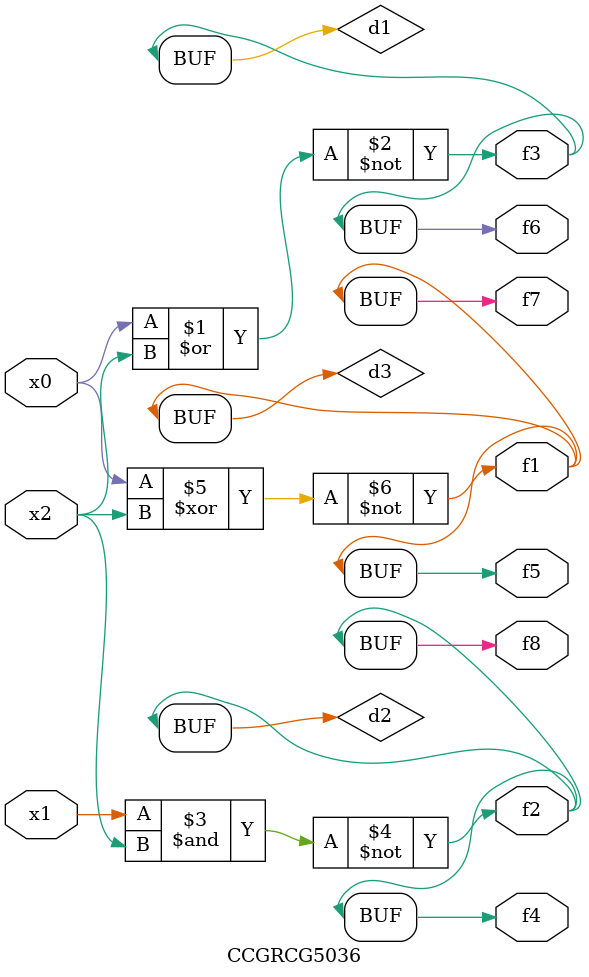
<source format=v>
module CCGRCG5036(
	input x0, x1, x2,
	output f1, f2, f3, f4, f5, f6, f7, f8
);

	wire d1, d2, d3;

	nor (d1, x0, x2);
	nand (d2, x1, x2);
	xnor (d3, x0, x2);
	assign f1 = d3;
	assign f2 = d2;
	assign f3 = d1;
	assign f4 = d2;
	assign f5 = d3;
	assign f6 = d1;
	assign f7 = d3;
	assign f8 = d2;
endmodule

</source>
